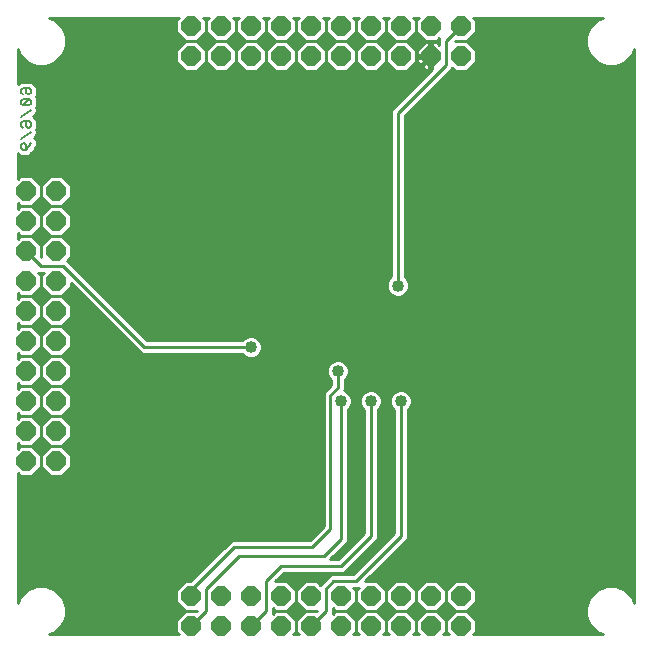
<source format=gbl>
G75*
G70*
%OFA0B0*%
%FSLAX24Y24*%
%IPPOS*%
%LPD*%
%AMOC8*
5,1,8,0,0,1.08239X$1,22.5*
%
%ADD10C,0.0080*%
%ADD11OC8,0.0640*%
%ADD12C,0.0400*%
%ADD13C,0.0160*%
%ADD14C,0.0100*%
D10*
X001421Y017408D02*
X001368Y017461D01*
X001368Y017568D01*
X001421Y017622D01*
X001475Y017622D01*
X001528Y017568D01*
X001528Y017408D01*
X001421Y017408D01*
X001528Y017408D02*
X001635Y017515D01*
X001688Y017622D01*
X001368Y017776D02*
X001688Y017990D01*
X001635Y018145D02*
X001582Y018145D01*
X001528Y018198D01*
X001528Y018358D01*
X001421Y018358D02*
X001635Y018358D01*
X001688Y018305D01*
X001688Y018198D01*
X001635Y018145D01*
X001421Y018145D02*
X001368Y018198D01*
X001368Y018305D01*
X001421Y018358D01*
X001368Y018513D02*
X001688Y018727D01*
X001635Y018881D02*
X001688Y018935D01*
X001688Y019041D01*
X001635Y019095D01*
X001421Y018881D01*
X001368Y018935D01*
X001368Y019041D01*
X001421Y019095D01*
X001635Y019095D01*
X001635Y019250D02*
X001582Y019250D01*
X001528Y019303D01*
X001528Y019463D01*
X001421Y019463D02*
X001635Y019463D01*
X001688Y019410D01*
X001688Y019303D01*
X001635Y019250D01*
X001421Y019250D02*
X001368Y019303D01*
X001368Y019410D01*
X001421Y019463D01*
X001421Y018881D02*
X001635Y018881D01*
D11*
X001528Y016028D03*
X001528Y015028D03*
X001528Y014028D03*
X001528Y013028D03*
X001528Y012028D03*
X001528Y011028D03*
X001528Y010028D03*
X001528Y009028D03*
X001528Y008028D03*
X001528Y007028D03*
X002528Y007028D03*
X002528Y008028D03*
X002528Y009028D03*
X002528Y010028D03*
X002528Y011028D03*
X002528Y012028D03*
X002528Y013028D03*
X002528Y014028D03*
X002528Y015028D03*
X002528Y016028D03*
X007028Y020528D03*
X007028Y021528D03*
X008028Y021528D03*
X009028Y021528D03*
X009028Y020528D03*
X008028Y020528D03*
X010028Y020528D03*
X011028Y020528D03*
X011028Y021528D03*
X010028Y021528D03*
X012028Y021528D03*
X013028Y021528D03*
X013028Y020528D03*
X012028Y020528D03*
X014028Y020528D03*
X015028Y020528D03*
X016028Y020528D03*
X016028Y021528D03*
X015028Y021528D03*
X014028Y021528D03*
X014028Y002528D03*
X014028Y001528D03*
X015028Y001528D03*
X015028Y002528D03*
X016028Y002528D03*
X016028Y001528D03*
X013028Y001528D03*
X012028Y001528D03*
X012028Y002528D03*
X013028Y002528D03*
X011028Y002528D03*
X011028Y001528D03*
X010028Y001528D03*
X010028Y002528D03*
X009028Y002528D03*
X009028Y001528D03*
X008028Y001528D03*
X008028Y002528D03*
X007028Y002528D03*
X007028Y001528D03*
D12*
X004528Y003528D03*
X006978Y006978D03*
X009028Y010828D03*
X009928Y011078D03*
X011928Y010028D03*
X012028Y009028D03*
X013028Y009028D03*
X014028Y009028D03*
X011028Y006978D03*
X013928Y012878D03*
X018028Y011528D03*
X020028Y012028D03*
X020028Y015028D03*
X018028Y015528D03*
X013378Y017228D03*
X011428Y017228D03*
X007028Y016878D03*
D13*
X009878Y016878D01*
X009928Y016828D01*
X009928Y016878D01*
X010278Y017228D01*
X011428Y017228D01*
X013378Y017228D01*
X013378Y018878D01*
X015028Y020528D01*
X009928Y016828D02*
X009928Y011078D01*
X009928Y009928D01*
X011028Y008828D01*
X011028Y006978D01*
X009928Y009928D02*
X006978Y006978D01*
D14*
X001248Y006615D02*
X001248Y002288D01*
X001333Y002493D01*
X001564Y002723D01*
X001865Y002848D01*
X002191Y002848D01*
X002493Y002723D01*
X002723Y002493D01*
X002848Y002191D01*
X002848Y001865D01*
X002723Y001564D01*
X002493Y001333D01*
X002287Y001248D01*
X006615Y001248D01*
X006538Y001325D01*
X006538Y001731D01*
X006825Y002018D01*
X007207Y002018D01*
X007227Y002038D01*
X006825Y002038D01*
X006538Y002325D01*
X006538Y002731D01*
X006825Y003018D01*
X007007Y003018D01*
X008258Y004269D01*
X008387Y004398D01*
X010987Y004398D01*
X011458Y004869D01*
X011458Y009319D01*
X011587Y009448D01*
X011708Y009569D01*
X011708Y009725D01*
X011614Y009818D01*
X011558Y009954D01*
X011558Y010102D01*
X011614Y010238D01*
X011718Y010342D01*
X011854Y010398D01*
X012002Y010398D01*
X012138Y010342D01*
X012242Y010238D01*
X012298Y010102D01*
X012298Y009954D01*
X012242Y009818D01*
X012148Y009725D01*
X012148Y009569D01*
X012148Y009387D01*
X012142Y009381D01*
X012238Y009342D01*
X012342Y009238D01*
X012398Y009102D01*
X012398Y008954D01*
X012342Y008818D01*
X012248Y008725D01*
X012248Y004519D01*
X012248Y004337D01*
X011698Y003787D01*
X011659Y003748D01*
X011937Y003748D01*
X012808Y004619D01*
X012808Y008725D01*
X012714Y008818D01*
X012658Y008954D01*
X012658Y009102D01*
X012714Y009238D01*
X012818Y009342D01*
X012954Y009398D01*
X013102Y009398D01*
X013238Y009342D01*
X013342Y009238D01*
X013398Y009102D01*
X013398Y008954D01*
X013342Y008818D01*
X013248Y008725D01*
X013248Y004619D01*
X013248Y004437D01*
X012248Y003437D01*
X012119Y003308D01*
X010119Y003308D01*
X009829Y003018D01*
X010231Y003018D01*
X010518Y002731D01*
X010518Y002325D01*
X010231Y002038D01*
X009825Y002038D01*
X009748Y002115D01*
X009748Y001941D01*
X009825Y002018D01*
X010231Y002018D01*
X010518Y001731D01*
X010518Y001325D01*
X010441Y001248D01*
X010615Y001248D01*
X010538Y001325D01*
X010538Y001731D01*
X010825Y002018D01*
X011207Y002018D01*
X011227Y002038D01*
X010825Y002038D01*
X010538Y002325D01*
X010538Y002731D01*
X010825Y003018D01*
X011231Y003018D01*
X011344Y002905D01*
X011437Y002998D01*
X011687Y003248D01*
X011869Y003248D01*
X012437Y003248D01*
X013808Y004619D01*
X013808Y008725D01*
X013714Y008818D01*
X013658Y008954D01*
X013658Y009102D01*
X013714Y009238D01*
X013818Y009342D01*
X013954Y009398D01*
X014102Y009398D01*
X014238Y009342D01*
X014342Y009238D01*
X014398Y009102D01*
X014398Y008954D01*
X014342Y008818D01*
X014248Y008725D01*
X014248Y004619D01*
X014248Y004437D01*
X012829Y003018D01*
X013231Y003018D01*
X013518Y002731D01*
X013518Y002325D01*
X013231Y002038D01*
X012825Y002038D01*
X012538Y002325D01*
X012538Y002731D01*
X012615Y002808D01*
X012441Y002808D01*
X012518Y002731D01*
X012518Y002325D01*
X012231Y002038D01*
X011825Y002038D01*
X011748Y002115D01*
X011748Y001941D01*
X011825Y002018D01*
X012231Y002018D01*
X012518Y001731D01*
X012518Y001325D01*
X012441Y001248D01*
X012615Y001248D01*
X012538Y001325D01*
X012538Y001731D01*
X012825Y002018D01*
X013231Y002018D01*
X013518Y001731D01*
X013518Y001325D01*
X013441Y001248D01*
X013615Y001248D01*
X013538Y001325D01*
X013538Y001731D01*
X013825Y002018D01*
X014231Y002018D01*
X014518Y001731D01*
X014518Y001325D01*
X014441Y001248D01*
X014615Y001248D01*
X014538Y001325D01*
X014538Y001731D01*
X014825Y002018D01*
X015231Y002018D01*
X015518Y001731D01*
X015518Y001325D01*
X015441Y001248D01*
X015615Y001248D01*
X015538Y001325D01*
X015538Y001731D01*
X015825Y002018D01*
X016231Y002018D01*
X016518Y001731D01*
X016518Y001325D01*
X016441Y001248D01*
X020769Y001248D01*
X020564Y001333D01*
X020333Y001564D01*
X020208Y001865D01*
X020208Y002191D01*
X020333Y002493D01*
X020564Y002723D01*
X020865Y002848D01*
X021191Y002848D01*
X021493Y002723D01*
X021723Y002493D01*
X021808Y002288D01*
X021808Y020769D01*
X021723Y020564D01*
X021493Y020333D01*
X021191Y020208D01*
X020865Y020208D01*
X020564Y020333D01*
X020333Y020564D01*
X020208Y020865D01*
X020208Y021191D01*
X020333Y021493D01*
X020564Y021723D01*
X020769Y021808D01*
X016441Y021808D01*
X016518Y021731D01*
X016518Y021325D01*
X016231Y021038D01*
X015849Y021038D01*
X015829Y021018D01*
X016231Y021018D01*
X016518Y020731D01*
X016518Y020325D01*
X016231Y020038D01*
X015825Y020038D01*
X015737Y020126D01*
X015619Y020008D01*
X014148Y018537D01*
X014148Y013181D01*
X014242Y013088D01*
X014298Y012952D01*
X021808Y012952D01*
X021808Y013050D02*
X014257Y013050D01*
X014298Y012952D02*
X014298Y012804D01*
X014242Y012668D01*
X014138Y012564D01*
X014002Y012508D01*
X013854Y012508D01*
X013718Y012564D01*
X013614Y012668D01*
X013558Y012804D01*
X013558Y012952D01*
X003665Y012952D01*
X003567Y013050D02*
X013599Y013050D01*
X013614Y013088D02*
X013558Y012952D01*
X013558Y012853D02*
X003764Y012853D01*
X003862Y012755D02*
X013579Y012755D01*
X013627Y012656D02*
X003961Y012656D01*
X004060Y012558D02*
X013735Y012558D01*
X013928Y012878D02*
X013928Y018628D01*
X015528Y020228D01*
X015528Y021028D01*
X016028Y021528D01*
X016422Y021229D02*
X020224Y021229D01*
X020208Y021131D02*
X016324Y021131D01*
X016315Y020934D02*
X020208Y020934D01*
X020208Y021032D02*
X015843Y021032D01*
X016414Y020835D02*
X020220Y020835D01*
X020261Y020737D02*
X016512Y020737D01*
X016518Y020638D02*
X020302Y020638D01*
X020357Y020540D02*
X016518Y020540D01*
X016518Y020441D02*
X020455Y020441D01*
X020554Y020343D02*
X016518Y020343D01*
X016437Y020244D02*
X020778Y020244D01*
X021278Y020244D02*
X021808Y020244D01*
X021808Y020343D02*
X021502Y020343D01*
X021601Y020441D02*
X021808Y020441D01*
X021808Y020540D02*
X021699Y020540D01*
X021754Y020638D02*
X021808Y020638D01*
X021795Y020737D02*
X021808Y020737D01*
X021808Y020145D02*
X016338Y020145D01*
X016240Y020047D02*
X021808Y020047D01*
X021808Y019948D02*
X015559Y019948D01*
X015461Y019850D02*
X021808Y019850D01*
X021808Y019751D02*
X015362Y019751D01*
X015264Y019653D02*
X021808Y019653D01*
X021808Y019554D02*
X015165Y019554D01*
X015067Y019456D02*
X021808Y019456D01*
X021808Y019357D02*
X014968Y019357D01*
X014870Y019259D02*
X021808Y019259D01*
X021808Y019160D02*
X014771Y019160D01*
X014673Y019061D02*
X021808Y019061D01*
X021808Y018963D02*
X014574Y018963D01*
X014475Y018864D02*
X021808Y018864D01*
X021808Y018766D02*
X014377Y018766D01*
X014278Y018667D02*
X021808Y018667D01*
X021808Y018569D02*
X014180Y018569D01*
X014148Y018470D02*
X021808Y018470D01*
X021808Y018372D02*
X014148Y018372D01*
X014148Y018273D02*
X021808Y018273D01*
X021808Y018175D02*
X014148Y018175D01*
X014148Y018076D02*
X021808Y018076D01*
X021808Y017977D02*
X014148Y017977D01*
X014148Y017879D02*
X021808Y017879D01*
X021808Y017780D02*
X014148Y017780D01*
X014148Y017682D02*
X021808Y017682D01*
X021808Y017583D02*
X014148Y017583D01*
X014148Y017485D02*
X021808Y017485D01*
X021808Y017386D02*
X014148Y017386D01*
X014148Y017288D02*
X021808Y017288D01*
X021808Y017189D02*
X014148Y017189D01*
X014148Y017091D02*
X021808Y017091D01*
X021808Y016992D02*
X014148Y016992D01*
X014148Y016894D02*
X021808Y016894D01*
X021808Y016795D02*
X014148Y016795D01*
X014148Y016696D02*
X021808Y016696D01*
X021808Y016598D02*
X014148Y016598D01*
X014148Y016499D02*
X021808Y016499D01*
X021808Y016401D02*
X014148Y016401D01*
X014148Y016302D02*
X021808Y016302D01*
X021808Y016204D02*
X014148Y016204D01*
X014148Y016105D02*
X021808Y016105D01*
X021808Y016007D02*
X014148Y016007D01*
X014148Y015908D02*
X021808Y015908D01*
X021808Y015810D02*
X014148Y015810D01*
X014148Y015711D02*
X021808Y015711D01*
X021808Y015612D02*
X014148Y015612D01*
X014148Y015514D02*
X021808Y015514D01*
X021808Y015415D02*
X014148Y015415D01*
X014148Y015317D02*
X021808Y015317D01*
X021808Y015218D02*
X014148Y015218D01*
X014148Y015120D02*
X021808Y015120D01*
X021808Y015021D02*
X014148Y015021D01*
X014148Y014923D02*
X021808Y014923D01*
X021808Y014824D02*
X014148Y014824D01*
X014148Y014726D02*
X021808Y014726D01*
X021808Y014627D02*
X014148Y014627D01*
X014148Y014528D02*
X021808Y014528D01*
X021808Y014430D02*
X014148Y014430D01*
X014148Y014331D02*
X021808Y014331D01*
X021808Y014233D02*
X014148Y014233D01*
X014148Y014134D02*
X021808Y014134D01*
X021808Y014036D02*
X014148Y014036D01*
X014148Y013937D02*
X021808Y013937D01*
X021808Y013839D02*
X014148Y013839D01*
X014148Y013740D02*
X021808Y013740D01*
X021808Y013642D02*
X014148Y013642D01*
X014148Y013543D02*
X021808Y013543D01*
X021808Y013444D02*
X014148Y013444D01*
X014148Y013346D02*
X021808Y013346D01*
X021808Y013247D02*
X014148Y013247D01*
X014180Y013149D02*
X021808Y013149D01*
X021808Y012853D02*
X014298Y012853D01*
X014277Y012755D02*
X021808Y012755D01*
X021808Y012656D02*
X014229Y012656D01*
X014121Y012558D02*
X021808Y012558D01*
X021808Y012459D02*
X004158Y012459D01*
X004257Y012361D02*
X021808Y012361D01*
X021808Y012262D02*
X004355Y012262D01*
X004454Y012163D02*
X021808Y012163D01*
X021808Y012065D02*
X004552Y012065D01*
X004651Y011966D02*
X021808Y011966D01*
X021808Y011868D02*
X004749Y011868D01*
X004848Y011769D02*
X021808Y011769D01*
X021808Y011671D02*
X004946Y011671D01*
X005045Y011572D02*
X021808Y011572D01*
X021808Y011474D02*
X005144Y011474D01*
X005242Y011375D02*
X021808Y011375D01*
X021808Y011277D02*
X005341Y011277D01*
X005439Y011178D02*
X008906Y011178D01*
X008954Y011198D02*
X008818Y011142D01*
X008725Y011048D01*
X005569Y011048D01*
X002998Y013619D01*
X002905Y013712D01*
X003018Y013825D01*
X003018Y014231D01*
X002731Y014518D01*
X002325Y014518D01*
X002038Y014231D01*
X002038Y013829D01*
X002018Y013849D01*
X002018Y014231D01*
X001731Y014518D01*
X001325Y014518D01*
X001248Y014441D01*
X001248Y014615D01*
X001325Y014538D01*
X001731Y014538D01*
X002018Y014825D01*
X002018Y015231D01*
X001731Y015518D01*
X001325Y015518D01*
X001248Y015441D01*
X001248Y015615D01*
X001325Y015538D01*
X001731Y015538D01*
X002018Y015825D01*
X002018Y016231D01*
X001731Y016518D01*
X001325Y016518D01*
X001248Y016441D01*
X001248Y017285D01*
X001281Y017251D01*
X001334Y017198D01*
X001441Y017198D01*
X001615Y017198D01*
X001699Y017283D01*
X001748Y017331D01*
X001784Y017343D01*
X001807Y017390D01*
X001845Y017428D01*
X001845Y017465D01*
X001915Y017606D01*
X001860Y017771D01*
X001790Y017805D01*
X001877Y017863D01*
X001911Y018034D01*
X001875Y018088D01*
X001898Y018111D01*
X001898Y018285D01*
X001898Y018306D01*
X001898Y018392D01*
X001845Y018445D01*
X001845Y018445D01*
X001782Y018509D01*
X001765Y018525D01*
X001877Y018600D01*
X001911Y018771D01*
X001875Y018825D01*
X001898Y018848D01*
X001898Y019041D01*
X001898Y019128D01*
X001898Y019128D01*
X001898Y019128D01*
X001854Y019172D01*
X001898Y019216D01*
X001898Y019390D01*
X001898Y019411D01*
X001898Y019497D01*
X001845Y019550D01*
X001845Y019550D01*
X001782Y019613D01*
X001722Y019673D01*
X001722Y019673D01*
X001722Y019673D01*
X001636Y019673D01*
X001548Y019673D01*
X001508Y019673D01*
X001390Y019673D01*
X001334Y019673D01*
X001248Y019587D01*
X001248Y020769D01*
X001333Y020564D01*
X001564Y020333D01*
X001865Y020208D01*
X002191Y020208D01*
X002493Y020333D01*
X002723Y020564D01*
X002848Y020865D01*
X002848Y021191D01*
X002723Y021493D01*
X002493Y021723D01*
X002287Y021808D01*
X006615Y021808D01*
X006538Y021731D01*
X006538Y021325D01*
X006825Y021038D01*
X007231Y021038D01*
X007518Y021325D01*
X007518Y021731D01*
X007441Y021808D01*
X007615Y021808D01*
X007538Y021731D01*
X007538Y021325D01*
X007825Y021038D01*
X008231Y021038D01*
X008518Y021325D01*
X008518Y021731D01*
X008441Y021808D01*
X008615Y021808D01*
X008538Y021731D01*
X008538Y021325D01*
X008825Y021038D01*
X009231Y021038D01*
X009518Y021325D01*
X009518Y021731D01*
X009441Y021808D01*
X009615Y021808D01*
X009538Y021731D01*
X009538Y021325D01*
X009825Y021038D01*
X010231Y021038D01*
X010518Y021325D01*
X010518Y021731D01*
X010441Y021808D01*
X010615Y021808D01*
X010538Y021731D01*
X010538Y021325D01*
X010825Y021038D01*
X011231Y021038D01*
X011518Y021325D01*
X011518Y021731D01*
X011441Y021808D01*
X011615Y021808D01*
X011538Y021731D01*
X011538Y021325D01*
X011825Y021038D01*
X012231Y021038D01*
X012518Y021325D01*
X012518Y021731D01*
X012441Y021808D01*
X012615Y021808D01*
X012538Y021731D01*
X012538Y021325D01*
X012825Y021038D01*
X013231Y021038D01*
X013518Y021325D01*
X013518Y021731D01*
X013441Y021808D01*
X013615Y021808D01*
X013538Y021731D01*
X013538Y021325D01*
X013825Y021038D01*
X014231Y021038D01*
X014518Y021325D01*
X014518Y021731D01*
X014441Y021808D01*
X014615Y021808D01*
X014538Y021731D01*
X014538Y021325D01*
X014825Y021038D01*
X015231Y021038D01*
X015308Y021115D01*
X015308Y020937D01*
X015308Y020913D01*
X015223Y020998D01*
X015078Y020998D01*
X015078Y020578D01*
X014978Y020578D01*
X014978Y020478D01*
X015078Y020478D01*
X015078Y020089D01*
X013708Y018719D01*
X013708Y018537D01*
X013708Y013181D01*
X013614Y013088D01*
X013676Y013149D02*
X003468Y013149D01*
X003370Y013247D02*
X013708Y013247D01*
X013708Y013346D02*
X003271Y013346D01*
X003173Y013444D02*
X013708Y013444D01*
X013708Y013543D02*
X003074Y013543D01*
X002976Y013642D02*
X013708Y013642D01*
X013708Y013740D02*
X002933Y013740D01*
X003018Y013839D02*
X013708Y013839D01*
X013708Y013937D02*
X003018Y013937D01*
X003018Y014036D02*
X013708Y014036D01*
X013708Y014134D02*
X003018Y014134D01*
X003016Y014233D02*
X013708Y014233D01*
X013708Y014331D02*
X002918Y014331D01*
X002819Y014430D02*
X013708Y014430D01*
X013708Y014528D02*
X001248Y014528D01*
X001528Y014028D02*
X002028Y013528D01*
X002778Y013528D01*
X005478Y010828D01*
X009028Y010828D01*
X008882Y010488D02*
X002761Y010488D01*
X002731Y010518D02*
X002325Y010518D01*
X002038Y010231D01*
X002038Y009825D01*
X002325Y009538D01*
X002731Y009538D01*
X003018Y009825D01*
X003018Y010231D01*
X002731Y010518D01*
X002731Y010538D02*
X003018Y010825D01*
X003018Y011231D01*
X002731Y011518D01*
X002325Y011518D01*
X002038Y011231D01*
X002038Y010825D01*
X002325Y010538D01*
X002731Y010538D01*
X002780Y010587D02*
X008746Y010587D01*
X008725Y010608D02*
X008818Y010514D01*
X008954Y010458D01*
X009102Y010458D01*
X009238Y010514D01*
X009342Y010618D01*
X009398Y010754D01*
X009398Y010902D01*
X009342Y011038D01*
X009238Y011142D01*
X009102Y011198D01*
X008954Y011198D01*
X009150Y011178D02*
X021808Y011178D01*
X021808Y011079D02*
X009300Y011079D01*
X009365Y010981D02*
X021808Y010981D01*
X021808Y010882D02*
X009398Y010882D01*
X009398Y010784D02*
X021808Y010784D01*
X021808Y010685D02*
X009369Y010685D01*
X009310Y010587D02*
X021808Y010587D01*
X021808Y010488D02*
X009174Y010488D01*
X008725Y010608D02*
X005569Y010608D01*
X005387Y010608D01*
X003018Y012977D01*
X003018Y012825D01*
X002731Y012538D01*
X002325Y012538D01*
X002038Y012825D01*
X002038Y013231D01*
X002115Y013308D01*
X001941Y013308D01*
X002018Y013231D01*
X002018Y012825D01*
X001731Y012538D01*
X001325Y012538D01*
X001248Y012615D01*
X001248Y012441D01*
X001325Y012518D01*
X001731Y012518D01*
X002018Y012231D01*
X002018Y011825D01*
X001731Y011538D01*
X001325Y011538D01*
X001248Y011615D01*
X001248Y011441D01*
X001325Y011518D01*
X001731Y011518D01*
X002018Y011231D01*
X002018Y010825D01*
X001731Y010538D01*
X001325Y010538D01*
X001248Y010615D01*
X001248Y010441D01*
X001325Y010518D01*
X001731Y010518D01*
X002018Y010231D01*
X002018Y009825D01*
X001731Y009538D01*
X001325Y009538D01*
X001248Y009615D01*
X001248Y009441D01*
X001325Y009518D01*
X001731Y009518D01*
X002018Y009231D01*
X002018Y008825D01*
X001731Y008538D01*
X001325Y008538D01*
X001248Y008615D01*
X001248Y008441D01*
X001325Y008518D01*
X001731Y008518D01*
X002018Y008231D01*
X002018Y007825D01*
X001731Y007538D01*
X001325Y007538D01*
X001248Y007615D01*
X001248Y007441D01*
X001325Y007518D01*
X001731Y007518D01*
X002018Y007231D01*
X002018Y006825D01*
X001731Y006538D01*
X001325Y006538D01*
X001248Y006615D01*
X001248Y006546D02*
X001317Y006546D01*
X001248Y006448D02*
X011458Y006448D01*
X011458Y006546D02*
X002739Y006546D01*
X002731Y006538D02*
X003018Y006825D01*
X003018Y007231D01*
X002731Y007518D01*
X002325Y007518D01*
X002038Y007231D01*
X002038Y006825D01*
X002325Y006538D01*
X002731Y006538D01*
X002838Y006645D02*
X011458Y006645D01*
X011458Y006744D02*
X002936Y006744D01*
X003018Y006842D02*
X011458Y006842D01*
X011458Y006941D02*
X003018Y006941D01*
X003018Y007039D02*
X011458Y007039D01*
X011458Y007138D02*
X003018Y007138D01*
X003013Y007236D02*
X011458Y007236D01*
X011458Y007335D02*
X002914Y007335D01*
X002816Y007433D02*
X011458Y007433D01*
X011458Y007532D02*
X001248Y007532D01*
X001816Y007433D02*
X002240Y007433D01*
X002325Y007538D02*
X002731Y007538D01*
X003018Y007825D01*
X003018Y008231D01*
X002731Y008518D01*
X002325Y008518D01*
X002038Y008231D01*
X002038Y007825D01*
X002325Y007538D01*
X002233Y007630D02*
X001823Y007630D01*
X001922Y007729D02*
X002134Y007729D01*
X002038Y007828D02*
X002018Y007828D01*
X002018Y007926D02*
X002038Y007926D01*
X002038Y008025D02*
X002018Y008025D01*
X002018Y008123D02*
X002038Y008123D01*
X002038Y008222D02*
X002018Y008222D01*
X001929Y008320D02*
X002127Y008320D01*
X002226Y008419D02*
X001830Y008419D01*
X001732Y008517D02*
X002324Y008517D01*
X002325Y008538D02*
X002731Y008538D01*
X003018Y008825D01*
X003018Y009231D01*
X002731Y009518D01*
X002325Y009518D01*
X002038Y009231D01*
X002038Y008825D01*
X002325Y008538D01*
X002247Y008616D02*
X001809Y008616D01*
X001907Y008714D02*
X002149Y008714D01*
X002050Y008813D02*
X002006Y008813D01*
X002018Y008911D02*
X002038Y008911D01*
X002038Y009010D02*
X002018Y009010D01*
X002018Y009109D02*
X002038Y009109D01*
X002038Y009207D02*
X002018Y009207D01*
X001943Y009306D02*
X002113Y009306D01*
X002211Y009404D02*
X001845Y009404D01*
X001746Y009503D02*
X002310Y009503D01*
X002262Y009601D02*
X001794Y009601D01*
X001893Y009700D02*
X002163Y009700D01*
X002065Y009798D02*
X001991Y009798D01*
X002018Y009897D02*
X002038Y009897D01*
X002038Y009995D02*
X002018Y009995D01*
X002018Y010094D02*
X002038Y010094D01*
X002038Y010193D02*
X002018Y010193D01*
X001958Y010291D02*
X002098Y010291D01*
X002197Y010390D02*
X001859Y010390D01*
X001761Y010488D02*
X002295Y010488D01*
X002276Y010587D02*
X001780Y010587D01*
X001878Y010685D02*
X002178Y010685D01*
X002079Y010784D02*
X001977Y010784D01*
X002018Y010882D02*
X002038Y010882D01*
X002038Y010981D02*
X002018Y010981D01*
X002018Y011079D02*
X002038Y011079D01*
X002038Y011178D02*
X002018Y011178D01*
X001972Y011277D02*
X002084Y011277D01*
X002182Y011375D02*
X001874Y011375D01*
X001775Y011474D02*
X002281Y011474D01*
X002325Y011538D02*
X002731Y011538D01*
X003018Y011825D01*
X003018Y012231D01*
X002731Y012518D01*
X002325Y012518D01*
X002038Y012231D01*
X002038Y011825D01*
X002325Y011538D01*
X002291Y011572D02*
X001765Y011572D01*
X001864Y011671D02*
X002192Y011671D01*
X002094Y011769D02*
X001962Y011769D01*
X002018Y011868D02*
X002038Y011868D01*
X002038Y011966D02*
X002018Y011966D01*
X002018Y012065D02*
X002038Y012065D01*
X002038Y012163D02*
X002018Y012163D01*
X001987Y012262D02*
X002069Y012262D01*
X002168Y012361D02*
X001888Y012361D01*
X001790Y012459D02*
X002266Y012459D01*
X002306Y012558D02*
X001751Y012558D01*
X001849Y012656D02*
X002207Y012656D01*
X002108Y012755D02*
X001948Y012755D01*
X002018Y012853D02*
X002038Y012853D01*
X002038Y012952D02*
X002018Y012952D01*
X002018Y013050D02*
X002038Y013050D01*
X002038Y013149D02*
X002018Y013149D01*
X002002Y013247D02*
X002055Y013247D01*
X002028Y013839D02*
X002038Y013839D01*
X002038Y013937D02*
X002018Y013937D01*
X002018Y014036D02*
X002038Y014036D01*
X002038Y014134D02*
X002018Y014134D01*
X002016Y014233D02*
X002040Y014233D01*
X002138Y014331D02*
X001918Y014331D01*
X001819Y014430D02*
X002237Y014430D01*
X002325Y014538D02*
X002731Y014538D01*
X003018Y014825D01*
X003018Y015231D01*
X002731Y015518D01*
X002325Y015518D01*
X002038Y015231D01*
X002038Y014825D01*
X002325Y014538D01*
X002236Y014627D02*
X001820Y014627D01*
X001918Y014726D02*
X002138Y014726D01*
X002039Y014824D02*
X002017Y014824D01*
X002018Y014923D02*
X002038Y014923D01*
X002038Y015021D02*
X002018Y015021D01*
X002018Y015120D02*
X002038Y015120D01*
X002038Y015218D02*
X002018Y015218D01*
X001932Y015317D02*
X002124Y015317D01*
X002222Y015415D02*
X001834Y015415D01*
X001735Y015514D02*
X002321Y015514D01*
X002325Y015538D02*
X002731Y015538D01*
X003018Y015825D01*
X003018Y016231D01*
X002731Y016518D01*
X002325Y016518D01*
X002038Y016231D01*
X002038Y015825D01*
X002325Y015538D01*
X002251Y015612D02*
X001805Y015612D01*
X001904Y015711D02*
X002152Y015711D01*
X002054Y015810D02*
X002002Y015810D01*
X002018Y015908D02*
X002038Y015908D01*
X002038Y016007D02*
X002018Y016007D01*
X002018Y016105D02*
X002038Y016105D01*
X002038Y016204D02*
X002018Y016204D01*
X001947Y016302D02*
X002109Y016302D01*
X002208Y016401D02*
X001848Y016401D01*
X001750Y016499D02*
X002306Y016499D01*
X002750Y016499D02*
X013708Y016499D01*
X013708Y016401D02*
X002848Y016401D01*
X002947Y016302D02*
X013708Y016302D01*
X013708Y016204D02*
X003018Y016204D01*
X003018Y016105D02*
X013708Y016105D01*
X013708Y016007D02*
X003018Y016007D01*
X003018Y015908D02*
X013708Y015908D01*
X013708Y015810D02*
X003002Y015810D01*
X002904Y015711D02*
X013708Y015711D01*
X013708Y015612D02*
X002805Y015612D01*
X002735Y015514D02*
X013708Y015514D01*
X013708Y015415D02*
X002834Y015415D01*
X002932Y015317D02*
X013708Y015317D01*
X013708Y015218D02*
X003018Y015218D01*
X003018Y015120D02*
X013708Y015120D01*
X013708Y015021D02*
X003018Y015021D01*
X003018Y014923D02*
X013708Y014923D01*
X013708Y014824D02*
X003017Y014824D01*
X002918Y014726D02*
X013708Y014726D01*
X013708Y014627D02*
X002820Y014627D01*
X003018Y012952D02*
X003043Y012952D01*
X003018Y012853D02*
X003142Y012853D01*
X003240Y012755D02*
X002948Y012755D01*
X002849Y012656D02*
X003339Y012656D01*
X003437Y012558D02*
X002751Y012558D01*
X002790Y012459D02*
X003536Y012459D01*
X003634Y012361D02*
X002888Y012361D01*
X002987Y012262D02*
X003733Y012262D01*
X003831Y012163D02*
X003018Y012163D01*
X003018Y012065D02*
X003930Y012065D01*
X004029Y011966D02*
X003018Y011966D01*
X003018Y011868D02*
X004127Y011868D01*
X004226Y011769D02*
X002962Y011769D01*
X002864Y011671D02*
X004324Y011671D01*
X004423Y011572D02*
X002765Y011572D01*
X002775Y011474D02*
X004521Y011474D01*
X004620Y011375D02*
X002874Y011375D01*
X002972Y011277D02*
X004718Y011277D01*
X004817Y011178D02*
X003018Y011178D01*
X003018Y011079D02*
X004915Y011079D01*
X005014Y010981D02*
X003018Y010981D01*
X003018Y010882D02*
X005113Y010882D01*
X005211Y010784D02*
X002977Y010784D01*
X002878Y010685D02*
X005310Y010685D01*
X005538Y011079D02*
X008756Y011079D01*
X011558Y010094D02*
X003018Y010094D01*
X003018Y009995D02*
X011558Y009995D01*
X011582Y009897D02*
X003018Y009897D01*
X002991Y009798D02*
X011634Y009798D01*
X011708Y009700D02*
X002893Y009700D01*
X002794Y009601D02*
X011708Y009601D01*
X011642Y009503D02*
X002746Y009503D01*
X002845Y009404D02*
X011543Y009404D01*
X011458Y009306D02*
X002943Y009306D01*
X003018Y009207D02*
X011458Y009207D01*
X011458Y009109D02*
X003018Y009109D01*
X003018Y009010D02*
X011458Y009010D01*
X011458Y008911D02*
X003018Y008911D01*
X003006Y008813D02*
X011458Y008813D01*
X011458Y008714D02*
X002907Y008714D01*
X002809Y008616D02*
X011458Y008616D01*
X011458Y008517D02*
X002732Y008517D01*
X002830Y008419D02*
X011458Y008419D01*
X011458Y008320D02*
X002929Y008320D01*
X003018Y008222D02*
X011458Y008222D01*
X011458Y008123D02*
X003018Y008123D01*
X003018Y008025D02*
X011458Y008025D01*
X011458Y007926D02*
X003018Y007926D01*
X003018Y007828D02*
X011458Y007828D01*
X011458Y007729D02*
X002922Y007729D01*
X002823Y007630D02*
X011458Y007630D01*
X012248Y007630D02*
X012808Y007630D01*
X012808Y007532D02*
X012248Y007532D01*
X012248Y007433D02*
X012808Y007433D01*
X012808Y007335D02*
X012248Y007335D01*
X012248Y007236D02*
X012808Y007236D01*
X012808Y007138D02*
X012248Y007138D01*
X012248Y007039D02*
X012808Y007039D01*
X012808Y006941D02*
X012248Y006941D01*
X012248Y006842D02*
X012808Y006842D01*
X012808Y006744D02*
X012248Y006744D01*
X012248Y006645D02*
X012808Y006645D01*
X012808Y006546D02*
X012248Y006546D01*
X012248Y006448D02*
X012808Y006448D01*
X012808Y006349D02*
X012248Y006349D01*
X012248Y006251D02*
X012808Y006251D01*
X012808Y006152D02*
X012248Y006152D01*
X012248Y006054D02*
X012808Y006054D01*
X012808Y005955D02*
X012248Y005955D01*
X012248Y005857D02*
X012808Y005857D01*
X012808Y005758D02*
X012248Y005758D01*
X012248Y005660D02*
X012808Y005660D01*
X012808Y005561D02*
X012248Y005561D01*
X012248Y005462D02*
X012808Y005462D01*
X012808Y005364D02*
X012248Y005364D01*
X012248Y005265D02*
X012808Y005265D01*
X012808Y005167D02*
X012248Y005167D01*
X012248Y005068D02*
X012808Y005068D01*
X012808Y004970D02*
X012248Y004970D01*
X012248Y004871D02*
X012808Y004871D01*
X012808Y004773D02*
X012248Y004773D01*
X012248Y004674D02*
X012808Y004674D01*
X012764Y004576D02*
X012248Y004576D01*
X012248Y004477D02*
X012666Y004477D01*
X012567Y004379D02*
X012248Y004379D01*
X012191Y004280D02*
X012469Y004280D01*
X012370Y004181D02*
X012093Y004181D01*
X011994Y004083D02*
X012272Y004083D01*
X012173Y003984D02*
X011895Y003984D01*
X011797Y003886D02*
X012075Y003886D01*
X011976Y003787D02*
X011698Y003787D01*
X011478Y003878D02*
X008628Y003878D01*
X007528Y002778D01*
X007528Y002028D01*
X007028Y001528D01*
X006538Y001521D02*
X002680Y001521D01*
X002746Y001619D02*
X006538Y001619D01*
X006538Y001718D02*
X002787Y001718D01*
X002828Y001816D02*
X006623Y001816D01*
X006722Y001915D02*
X002848Y001915D01*
X002848Y002013D02*
X006821Y002013D01*
X006751Y002112D02*
X002848Y002112D01*
X002840Y002211D02*
X006653Y002211D01*
X006554Y002309D02*
X002799Y002309D01*
X002758Y002408D02*
X006538Y002408D01*
X006538Y002506D02*
X002709Y002506D01*
X002611Y002605D02*
X006538Y002605D01*
X006538Y002703D02*
X002512Y002703D01*
X002303Y002802D02*
X006609Y002802D01*
X006707Y002900D02*
X001248Y002900D01*
X001248Y002802D02*
X001753Y002802D01*
X001544Y002703D02*
X001248Y002703D01*
X001248Y002605D02*
X001445Y002605D01*
X001347Y002506D02*
X001248Y002506D01*
X001248Y002408D02*
X001298Y002408D01*
X001257Y002309D02*
X001248Y002309D01*
X001248Y002999D02*
X006806Y002999D01*
X007086Y003097D02*
X001248Y003097D01*
X001248Y003196D02*
X007185Y003196D01*
X007283Y003295D02*
X001248Y003295D01*
X001248Y003393D02*
X007382Y003393D01*
X007481Y003492D02*
X001248Y003492D01*
X001248Y003590D02*
X007579Y003590D01*
X007678Y003689D02*
X001248Y003689D01*
X001248Y003787D02*
X007776Y003787D01*
X007875Y003886D02*
X001248Y003886D01*
X001248Y003984D02*
X007973Y003984D01*
X008072Y004083D02*
X001248Y004083D01*
X001248Y004181D02*
X008170Y004181D01*
X008269Y004280D02*
X001248Y004280D01*
X001248Y004379D02*
X008367Y004379D01*
X008478Y004178D02*
X011078Y004178D01*
X011678Y004778D01*
X011678Y009228D01*
X011928Y009478D01*
X011928Y010028D01*
X011668Y010291D02*
X002958Y010291D01*
X003018Y010193D02*
X011596Y010193D01*
X011834Y010390D02*
X002859Y010390D01*
X001295Y010488D02*
X001248Y010488D01*
X001248Y010587D02*
X001276Y010587D01*
X001248Y011474D02*
X001281Y011474D01*
X001291Y011572D02*
X001248Y011572D01*
X001248Y012459D02*
X001266Y012459D01*
X001248Y012558D02*
X001306Y012558D01*
X001248Y015514D02*
X001321Y015514D01*
X001251Y015612D02*
X001248Y015612D01*
X001248Y016499D02*
X001306Y016499D01*
X001248Y016598D02*
X013708Y016598D01*
X013708Y016696D02*
X001248Y016696D01*
X001248Y016795D02*
X013708Y016795D01*
X013708Y016894D02*
X001248Y016894D01*
X001248Y016992D02*
X013708Y016992D01*
X013708Y017091D02*
X001248Y017091D01*
X001248Y017189D02*
X013708Y017189D01*
X013708Y017288D02*
X001705Y017288D01*
X001805Y017386D02*
X013708Y017386D01*
X013708Y017485D02*
X001855Y017485D01*
X001904Y017583D02*
X013708Y017583D01*
X013708Y017682D02*
X001890Y017682D01*
X001840Y017780D02*
X013708Y017780D01*
X013708Y017879D02*
X001880Y017879D01*
X001900Y017977D02*
X013708Y017977D01*
X013708Y018076D02*
X001883Y018076D01*
X001898Y018175D02*
X013708Y018175D01*
X013708Y018273D02*
X001898Y018273D01*
X001898Y018372D02*
X013708Y018372D01*
X013708Y018470D02*
X001820Y018470D01*
X001830Y018569D02*
X013708Y018569D01*
X013708Y018667D02*
X001891Y018667D01*
X001910Y018766D02*
X013755Y018766D01*
X013853Y018864D02*
X001898Y018864D01*
X001898Y018963D02*
X013952Y018963D01*
X014050Y019061D02*
X001898Y019061D01*
X001867Y019160D02*
X014149Y019160D01*
X014247Y019259D02*
X001898Y019259D01*
X001898Y019357D02*
X014346Y019357D01*
X014445Y019456D02*
X001898Y019456D01*
X001898Y019497D02*
X001898Y019497D01*
X001898Y019497D01*
X001841Y019554D02*
X014543Y019554D01*
X014642Y019653D02*
X001742Y019653D01*
X001548Y019673D02*
X001548Y019673D01*
X001508Y019673D02*
X001508Y019673D01*
X001334Y019673D02*
X001334Y019673D01*
X001334Y019673D01*
X001314Y019653D02*
X001248Y019653D01*
X001248Y019751D02*
X014740Y019751D01*
X014839Y019850D02*
X001248Y019850D01*
X001248Y019948D02*
X014937Y019948D01*
X014978Y020058D02*
X014978Y020478D01*
X014558Y020478D01*
X014558Y020333D01*
X014833Y020058D01*
X014978Y020058D01*
X015036Y020047D02*
X014240Y020047D01*
X014231Y020038D02*
X014518Y020325D01*
X014518Y020731D01*
X014231Y021018D01*
X013825Y021018D01*
X013538Y020731D01*
X013538Y020325D01*
X013825Y020038D01*
X014231Y020038D01*
X014338Y020145D02*
X014746Y020145D01*
X014647Y020244D02*
X014437Y020244D01*
X014518Y020343D02*
X014558Y020343D01*
X014558Y020441D02*
X014518Y020441D01*
X014518Y020540D02*
X014978Y020540D01*
X014978Y020578D02*
X014558Y020578D01*
X014558Y020723D01*
X014833Y020998D01*
X014978Y020998D01*
X014978Y020578D01*
X014978Y020638D02*
X015078Y020638D01*
X015078Y020737D02*
X014978Y020737D01*
X014978Y020835D02*
X015078Y020835D01*
X015078Y020934D02*
X014978Y020934D01*
X014769Y020934D02*
X014315Y020934D01*
X014414Y020835D02*
X014671Y020835D01*
X014572Y020737D02*
X014512Y020737D01*
X014518Y020638D02*
X014558Y020638D01*
X014978Y020441D02*
X015078Y020441D01*
X015078Y020343D02*
X014978Y020343D01*
X014978Y020244D02*
X015078Y020244D01*
X015078Y020145D02*
X014978Y020145D01*
X015658Y020047D02*
X015816Y020047D01*
X015308Y020934D02*
X015287Y020934D01*
X015308Y021032D02*
X002848Y021032D01*
X002848Y020934D02*
X006741Y020934D01*
X006825Y021018D02*
X006538Y020731D01*
X006538Y020325D01*
X006825Y020038D01*
X007231Y020038D01*
X007518Y020325D01*
X007518Y020731D01*
X007231Y021018D01*
X006825Y021018D01*
X006732Y021131D02*
X002848Y021131D01*
X002832Y021229D02*
X006634Y021229D01*
X006538Y021328D02*
X002791Y021328D01*
X002751Y021426D02*
X006538Y021426D01*
X006538Y021525D02*
X002691Y021525D01*
X002592Y021624D02*
X006538Y021624D01*
X006538Y021722D02*
X002494Y021722D01*
X002836Y020835D02*
X006642Y020835D01*
X006544Y020737D02*
X002795Y020737D01*
X002754Y020638D02*
X006538Y020638D01*
X006538Y020540D02*
X002699Y020540D01*
X002601Y020441D02*
X006538Y020441D01*
X006538Y020343D02*
X002502Y020343D01*
X002278Y020244D02*
X006619Y020244D01*
X006718Y020145D02*
X001248Y020145D01*
X001248Y020047D02*
X006816Y020047D01*
X007240Y020047D02*
X007816Y020047D01*
X007825Y020038D02*
X008231Y020038D01*
X008518Y020325D01*
X008518Y020731D01*
X008231Y021018D01*
X007825Y021018D01*
X007538Y020731D01*
X007538Y020325D01*
X007825Y020038D01*
X007718Y020145D02*
X007338Y020145D01*
X007437Y020244D02*
X007619Y020244D01*
X007538Y020343D02*
X007518Y020343D01*
X007518Y020441D02*
X007538Y020441D01*
X007538Y020540D02*
X007518Y020540D01*
X007518Y020638D02*
X007538Y020638D01*
X007544Y020737D02*
X007512Y020737D01*
X007414Y020835D02*
X007642Y020835D01*
X007741Y020934D02*
X007315Y020934D01*
X007324Y021131D02*
X007732Y021131D01*
X007634Y021229D02*
X007422Y021229D01*
X007518Y021328D02*
X007538Y021328D01*
X007538Y021426D02*
X007518Y021426D01*
X007518Y021525D02*
X007538Y021525D01*
X007538Y021624D02*
X007518Y021624D01*
X007518Y021722D02*
X007538Y021722D01*
X008324Y021131D02*
X008732Y021131D01*
X008634Y021229D02*
X008422Y021229D01*
X008518Y021328D02*
X008538Y021328D01*
X008538Y021426D02*
X008518Y021426D01*
X008518Y021525D02*
X008538Y021525D01*
X008538Y021624D02*
X008518Y021624D01*
X008518Y021722D02*
X008538Y021722D01*
X008825Y021018D02*
X008538Y020731D01*
X008538Y020325D01*
X008825Y020038D01*
X009231Y020038D01*
X009518Y020325D01*
X009518Y020731D01*
X009231Y021018D01*
X008825Y021018D01*
X008741Y020934D02*
X008315Y020934D01*
X008414Y020835D02*
X008642Y020835D01*
X008544Y020737D02*
X008512Y020737D01*
X008518Y020638D02*
X008538Y020638D01*
X008538Y020540D02*
X008518Y020540D01*
X008518Y020441D02*
X008538Y020441D01*
X008538Y020343D02*
X008518Y020343D01*
X008437Y020244D02*
X008619Y020244D01*
X008718Y020145D02*
X008338Y020145D01*
X008240Y020047D02*
X008816Y020047D01*
X009240Y020047D02*
X009816Y020047D01*
X009825Y020038D02*
X010231Y020038D01*
X010518Y020325D01*
X010518Y020731D01*
X010231Y021018D01*
X009825Y021018D01*
X009538Y020731D01*
X009538Y020325D01*
X009825Y020038D01*
X009718Y020145D02*
X009338Y020145D01*
X009437Y020244D02*
X009619Y020244D01*
X009538Y020343D02*
X009518Y020343D01*
X009518Y020441D02*
X009538Y020441D01*
X009538Y020540D02*
X009518Y020540D01*
X009518Y020638D02*
X009538Y020638D01*
X009544Y020737D02*
X009512Y020737D01*
X009414Y020835D02*
X009642Y020835D01*
X009741Y020934D02*
X009315Y020934D01*
X009324Y021131D02*
X009732Y021131D01*
X009634Y021229D02*
X009422Y021229D01*
X009518Y021328D02*
X009538Y021328D01*
X009538Y021426D02*
X009518Y021426D01*
X009518Y021525D02*
X009538Y021525D01*
X009538Y021624D02*
X009518Y021624D01*
X009518Y021722D02*
X009538Y021722D01*
X010324Y021131D02*
X010732Y021131D01*
X010634Y021229D02*
X010422Y021229D01*
X010518Y021328D02*
X010538Y021328D01*
X010538Y021426D02*
X010518Y021426D01*
X010518Y021525D02*
X010538Y021525D01*
X010538Y021624D02*
X010518Y021624D01*
X010518Y021722D02*
X010538Y021722D01*
X010825Y021018D02*
X010538Y020731D01*
X010538Y020325D01*
X010825Y020038D01*
X011231Y020038D01*
X011518Y020325D01*
X011518Y020731D01*
X011231Y021018D01*
X010825Y021018D01*
X010741Y020934D02*
X010315Y020934D01*
X010414Y020835D02*
X010642Y020835D01*
X010544Y020737D02*
X010512Y020737D01*
X010518Y020638D02*
X010538Y020638D01*
X010538Y020540D02*
X010518Y020540D01*
X010518Y020441D02*
X010538Y020441D01*
X010538Y020343D02*
X010518Y020343D01*
X010437Y020244D02*
X010619Y020244D01*
X010718Y020145D02*
X010338Y020145D01*
X010240Y020047D02*
X010816Y020047D01*
X011240Y020047D02*
X011816Y020047D01*
X011825Y020038D02*
X012231Y020038D01*
X012518Y020325D01*
X012518Y020731D01*
X012231Y021018D01*
X011825Y021018D01*
X011538Y020731D01*
X011538Y020325D01*
X011825Y020038D01*
X011718Y020145D02*
X011338Y020145D01*
X011437Y020244D02*
X011619Y020244D01*
X011538Y020343D02*
X011518Y020343D01*
X011518Y020441D02*
X011538Y020441D01*
X011538Y020540D02*
X011518Y020540D01*
X011518Y020638D02*
X011538Y020638D01*
X011544Y020737D02*
X011512Y020737D01*
X011414Y020835D02*
X011642Y020835D01*
X011741Y020934D02*
X011315Y020934D01*
X011324Y021131D02*
X011732Y021131D01*
X011634Y021229D02*
X011422Y021229D01*
X011518Y021328D02*
X011538Y021328D01*
X011538Y021426D02*
X011518Y021426D01*
X011518Y021525D02*
X011538Y021525D01*
X011538Y021624D02*
X011518Y021624D01*
X011518Y021722D02*
X011538Y021722D01*
X012324Y021131D02*
X012732Y021131D01*
X012634Y021229D02*
X012422Y021229D01*
X012518Y021328D02*
X012538Y021328D01*
X012538Y021426D02*
X012518Y021426D01*
X012518Y021525D02*
X012538Y021525D01*
X012538Y021624D02*
X012518Y021624D01*
X012518Y021722D02*
X012538Y021722D01*
X012825Y021018D02*
X012538Y020731D01*
X012538Y020325D01*
X012825Y020038D01*
X013231Y020038D01*
X013518Y020325D01*
X013518Y020731D01*
X013231Y021018D01*
X012825Y021018D01*
X012741Y020934D02*
X012315Y020934D01*
X012414Y020835D02*
X012642Y020835D01*
X012544Y020737D02*
X012512Y020737D01*
X012518Y020638D02*
X012538Y020638D01*
X012538Y020540D02*
X012518Y020540D01*
X012518Y020441D02*
X012538Y020441D01*
X012538Y020343D02*
X012518Y020343D01*
X012437Y020244D02*
X012619Y020244D01*
X012718Y020145D02*
X012338Y020145D01*
X012240Y020047D02*
X012816Y020047D01*
X013240Y020047D02*
X013816Y020047D01*
X013718Y020145D02*
X013338Y020145D01*
X013437Y020244D02*
X013619Y020244D01*
X013538Y020343D02*
X013518Y020343D01*
X013518Y020441D02*
X013538Y020441D01*
X013538Y020540D02*
X013518Y020540D01*
X013518Y020638D02*
X013538Y020638D01*
X013544Y020737D02*
X013512Y020737D01*
X013414Y020835D02*
X013642Y020835D01*
X013741Y020934D02*
X013315Y020934D01*
X013324Y021131D02*
X013732Y021131D01*
X013634Y021229D02*
X013422Y021229D01*
X013518Y021328D02*
X013538Y021328D01*
X013538Y021426D02*
X013518Y021426D01*
X013518Y021525D02*
X013538Y021525D01*
X013538Y021624D02*
X013518Y021624D01*
X013518Y021722D02*
X013538Y021722D01*
X014324Y021131D02*
X014732Y021131D01*
X014634Y021229D02*
X014422Y021229D01*
X014518Y021328D02*
X014538Y021328D01*
X014538Y021426D02*
X014518Y021426D01*
X014518Y021525D02*
X014538Y021525D01*
X014538Y021624D02*
X014518Y021624D01*
X014518Y021722D02*
X014538Y021722D01*
X016518Y021722D02*
X020562Y021722D01*
X020464Y021624D02*
X016518Y021624D01*
X016518Y021525D02*
X020365Y021525D01*
X020306Y021426D02*
X016518Y021426D01*
X016518Y021328D02*
X020265Y021328D01*
X021808Y010390D02*
X012022Y010390D01*
X012188Y010291D02*
X021808Y010291D01*
X021808Y010193D02*
X012260Y010193D01*
X012298Y010094D02*
X021808Y010094D01*
X021808Y009995D02*
X012298Y009995D01*
X012274Y009897D02*
X021808Y009897D01*
X021808Y009798D02*
X012222Y009798D01*
X012148Y009700D02*
X021808Y009700D01*
X021808Y009601D02*
X012148Y009601D01*
X012148Y009503D02*
X021808Y009503D01*
X021808Y009404D02*
X012148Y009404D01*
X012274Y009306D02*
X012782Y009306D01*
X012702Y009207D02*
X012354Y009207D01*
X012395Y009109D02*
X012661Y009109D01*
X012658Y009010D02*
X012398Y009010D01*
X012380Y008911D02*
X012676Y008911D01*
X012720Y008813D02*
X012336Y008813D01*
X012248Y008714D02*
X012808Y008714D01*
X012808Y008616D02*
X012248Y008616D01*
X012248Y008517D02*
X012808Y008517D01*
X012808Y008419D02*
X012248Y008419D01*
X012248Y008320D02*
X012808Y008320D01*
X012808Y008222D02*
X012248Y008222D01*
X012248Y008123D02*
X012808Y008123D01*
X012808Y008025D02*
X012248Y008025D01*
X012248Y007926D02*
X012808Y007926D01*
X012808Y007828D02*
X012248Y007828D01*
X012248Y007729D02*
X012808Y007729D01*
X013248Y007729D02*
X013808Y007729D01*
X013808Y007828D02*
X013248Y007828D01*
X013248Y007926D02*
X013808Y007926D01*
X013808Y008025D02*
X013248Y008025D01*
X013248Y008123D02*
X013808Y008123D01*
X013808Y008222D02*
X013248Y008222D01*
X013248Y008320D02*
X013808Y008320D01*
X013808Y008419D02*
X013248Y008419D01*
X013248Y008517D02*
X013808Y008517D01*
X013808Y008616D02*
X013248Y008616D01*
X013248Y008714D02*
X013808Y008714D01*
X013720Y008813D02*
X013336Y008813D01*
X013380Y008911D02*
X013676Y008911D01*
X013658Y009010D02*
X013398Y009010D01*
X013395Y009109D02*
X013661Y009109D01*
X013702Y009207D02*
X013354Y009207D01*
X013274Y009306D02*
X013782Y009306D01*
X014028Y009028D02*
X014028Y004528D01*
X012528Y003028D01*
X011778Y003028D01*
X011528Y002778D01*
X011528Y002028D01*
X011028Y001528D01*
X010538Y001521D02*
X010518Y001521D01*
X010518Y001619D02*
X010538Y001619D01*
X010538Y001718D02*
X010518Y001718D01*
X010433Y001816D02*
X010623Y001816D01*
X010722Y001915D02*
X010334Y001915D01*
X010235Y002013D02*
X010821Y002013D01*
X010751Y002112D02*
X010305Y002112D01*
X010403Y002211D02*
X010653Y002211D01*
X010554Y002309D02*
X010502Y002309D01*
X010518Y002408D02*
X010538Y002408D01*
X010538Y002506D02*
X010518Y002506D01*
X010518Y002605D02*
X010538Y002605D01*
X010538Y002703D02*
X010518Y002703D01*
X010447Y002802D02*
X010609Y002802D01*
X010707Y002900D02*
X010349Y002900D01*
X010250Y002999D02*
X010806Y002999D01*
X011250Y002999D02*
X011438Y002999D01*
X011536Y003097D02*
X009909Y003097D01*
X010007Y003196D02*
X011635Y003196D01*
X012028Y003528D02*
X010028Y003528D01*
X009528Y003028D01*
X009528Y002028D01*
X009028Y001528D01*
X009748Y002013D02*
X009821Y002013D01*
X009751Y002112D02*
X009748Y002112D01*
X010518Y001422D02*
X010538Y001422D01*
X010539Y001324D02*
X010517Y001324D01*
X011748Y002013D02*
X011821Y002013D01*
X011751Y002112D02*
X011748Y002112D01*
X012235Y002013D02*
X012821Y002013D01*
X012751Y002112D02*
X012305Y002112D01*
X012403Y002211D02*
X012653Y002211D01*
X012554Y002309D02*
X012502Y002309D01*
X012518Y002408D02*
X012538Y002408D01*
X012538Y002506D02*
X012518Y002506D01*
X012518Y002605D02*
X012538Y002605D01*
X012538Y002703D02*
X012518Y002703D01*
X012447Y002802D02*
X012609Y002802D01*
X012909Y003097D02*
X021808Y003097D01*
X021808Y002999D02*
X016250Y002999D01*
X016231Y003018D02*
X015825Y003018D01*
X015538Y002731D01*
X015538Y002325D01*
X015825Y002038D01*
X016231Y002038D01*
X016518Y002325D01*
X016518Y002731D01*
X016231Y003018D01*
X016349Y002900D02*
X021808Y002900D01*
X021808Y002802D02*
X021303Y002802D01*
X021512Y002703D02*
X021808Y002703D01*
X021808Y002605D02*
X021611Y002605D01*
X021709Y002506D02*
X021808Y002506D01*
X021808Y002408D02*
X021758Y002408D01*
X021799Y002309D02*
X021808Y002309D01*
X021808Y003196D02*
X013007Y003196D01*
X013106Y003295D02*
X021808Y003295D01*
X021808Y003393D02*
X013204Y003393D01*
X013303Y003492D02*
X021808Y003492D01*
X021808Y003590D02*
X013401Y003590D01*
X013500Y003689D02*
X021808Y003689D01*
X021808Y003787D02*
X013598Y003787D01*
X013697Y003886D02*
X021808Y003886D01*
X021808Y003984D02*
X013795Y003984D01*
X013894Y004083D02*
X021808Y004083D01*
X021808Y004181D02*
X013992Y004181D01*
X014091Y004280D02*
X021808Y004280D01*
X021808Y004379D02*
X014190Y004379D01*
X014248Y004477D02*
X021808Y004477D01*
X021808Y004576D02*
X014248Y004576D01*
X014248Y004674D02*
X021808Y004674D01*
X021808Y004773D02*
X014248Y004773D01*
X014248Y004871D02*
X021808Y004871D01*
X021808Y004970D02*
X014248Y004970D01*
X014248Y005068D02*
X021808Y005068D01*
X021808Y005167D02*
X014248Y005167D01*
X014248Y005265D02*
X021808Y005265D01*
X021808Y005364D02*
X014248Y005364D01*
X014248Y005462D02*
X021808Y005462D01*
X021808Y005561D02*
X014248Y005561D01*
X014248Y005660D02*
X021808Y005660D01*
X021808Y005758D02*
X014248Y005758D01*
X014248Y005857D02*
X021808Y005857D01*
X021808Y005955D02*
X014248Y005955D01*
X014248Y006054D02*
X021808Y006054D01*
X021808Y006152D02*
X014248Y006152D01*
X014248Y006251D02*
X021808Y006251D01*
X021808Y006349D02*
X014248Y006349D01*
X014248Y006448D02*
X021808Y006448D01*
X021808Y006546D02*
X014248Y006546D01*
X014248Y006645D02*
X021808Y006645D01*
X021808Y006744D02*
X014248Y006744D01*
X014248Y006842D02*
X021808Y006842D01*
X021808Y006941D02*
X014248Y006941D01*
X014248Y007039D02*
X021808Y007039D01*
X021808Y007138D02*
X014248Y007138D01*
X014248Y007236D02*
X021808Y007236D01*
X021808Y007335D02*
X014248Y007335D01*
X014248Y007433D02*
X021808Y007433D01*
X021808Y007532D02*
X014248Y007532D01*
X014248Y007630D02*
X021808Y007630D01*
X021808Y007729D02*
X014248Y007729D01*
X014248Y007828D02*
X021808Y007828D01*
X021808Y007926D02*
X014248Y007926D01*
X014248Y008025D02*
X021808Y008025D01*
X021808Y008123D02*
X014248Y008123D01*
X014248Y008222D02*
X021808Y008222D01*
X021808Y008320D02*
X014248Y008320D01*
X014248Y008419D02*
X021808Y008419D01*
X021808Y008517D02*
X014248Y008517D01*
X014248Y008616D02*
X021808Y008616D01*
X021808Y008714D02*
X014248Y008714D01*
X014336Y008813D02*
X021808Y008813D01*
X021808Y008911D02*
X014380Y008911D01*
X014398Y009010D02*
X021808Y009010D01*
X021808Y009109D02*
X014395Y009109D01*
X014354Y009207D02*
X021808Y009207D01*
X021808Y009306D02*
X014274Y009306D01*
X013028Y009028D02*
X013028Y004528D01*
X012028Y003528D01*
X012204Y003393D02*
X012582Y003393D01*
X012483Y003295D02*
X010106Y003295D01*
X011066Y004477D02*
X001248Y004477D01*
X001248Y004576D02*
X011164Y004576D01*
X011263Y004674D02*
X001248Y004674D01*
X001248Y004773D02*
X011362Y004773D01*
X011458Y004871D02*
X001248Y004871D01*
X001248Y004970D02*
X011458Y004970D01*
X011458Y005068D02*
X001248Y005068D01*
X001248Y005167D02*
X011458Y005167D01*
X011458Y005265D02*
X001248Y005265D01*
X001248Y005364D02*
X011458Y005364D01*
X011458Y005462D02*
X001248Y005462D01*
X001248Y005561D02*
X011458Y005561D01*
X011458Y005660D02*
X001248Y005660D01*
X001248Y005758D02*
X011458Y005758D01*
X011458Y005857D02*
X001248Y005857D01*
X001248Y005955D02*
X011458Y005955D01*
X011458Y006054D02*
X001248Y006054D01*
X001248Y006152D02*
X011458Y006152D01*
X011458Y006251D02*
X001248Y006251D01*
X001248Y006349D02*
X011458Y006349D01*
X013248Y006349D02*
X013808Y006349D01*
X013808Y006251D02*
X013248Y006251D01*
X013248Y006152D02*
X013808Y006152D01*
X013808Y006054D02*
X013248Y006054D01*
X013248Y005955D02*
X013808Y005955D01*
X013808Y005857D02*
X013248Y005857D01*
X013248Y005758D02*
X013808Y005758D01*
X013808Y005660D02*
X013248Y005660D01*
X013248Y005561D02*
X013808Y005561D01*
X013808Y005462D02*
X013248Y005462D01*
X013248Y005364D02*
X013808Y005364D01*
X013808Y005265D02*
X013248Y005265D01*
X013248Y005167D02*
X013808Y005167D01*
X013808Y005068D02*
X013248Y005068D01*
X013248Y004970D02*
X013808Y004970D01*
X013808Y004871D02*
X013248Y004871D01*
X013248Y004773D02*
X013808Y004773D01*
X013808Y004674D02*
X013248Y004674D01*
X013248Y004576D02*
X013764Y004576D01*
X013666Y004477D02*
X013248Y004477D01*
X013190Y004379D02*
X013567Y004379D01*
X013469Y004280D02*
X013091Y004280D01*
X012993Y004181D02*
X013370Y004181D01*
X013272Y004083D02*
X012894Y004083D01*
X012795Y003984D02*
X013173Y003984D01*
X013075Y003886D02*
X012697Y003886D01*
X012598Y003787D02*
X012976Y003787D01*
X012878Y003689D02*
X012500Y003689D01*
X012401Y003590D02*
X012779Y003590D01*
X012681Y003492D02*
X012303Y003492D01*
X011478Y003878D02*
X012028Y004428D01*
X012028Y009028D01*
X013248Y007630D02*
X013808Y007630D01*
X013808Y007532D02*
X013248Y007532D01*
X013248Y007433D02*
X013808Y007433D01*
X013808Y007335D02*
X013248Y007335D01*
X013248Y007236D02*
X013808Y007236D01*
X013808Y007138D02*
X013248Y007138D01*
X013248Y007039D02*
X013808Y007039D01*
X013808Y006941D02*
X013248Y006941D01*
X013248Y006842D02*
X013808Y006842D01*
X013808Y006744D02*
X013248Y006744D01*
X013248Y006645D02*
X013808Y006645D01*
X013808Y006546D02*
X013248Y006546D01*
X013248Y006448D02*
X013808Y006448D01*
X013825Y003018D02*
X013538Y002731D01*
X013538Y002325D01*
X013825Y002038D01*
X014231Y002038D01*
X014518Y002325D01*
X014518Y002731D01*
X014231Y003018D01*
X013825Y003018D01*
X013806Y002999D02*
X013250Y002999D01*
X013349Y002900D02*
X013707Y002900D01*
X013609Y002802D02*
X013447Y002802D01*
X013518Y002703D02*
X013538Y002703D01*
X013538Y002605D02*
X013518Y002605D01*
X013518Y002506D02*
X013538Y002506D01*
X013538Y002408D02*
X013518Y002408D01*
X013502Y002309D02*
X013554Y002309D01*
X013653Y002211D02*
X013403Y002211D01*
X013305Y002112D02*
X013751Y002112D01*
X013821Y002013D02*
X013235Y002013D01*
X013334Y001915D02*
X013722Y001915D01*
X013623Y001816D02*
X013433Y001816D01*
X013518Y001718D02*
X013538Y001718D01*
X013538Y001619D02*
X013518Y001619D01*
X013518Y001521D02*
X013538Y001521D01*
X013538Y001422D02*
X013518Y001422D01*
X013517Y001324D02*
X013539Y001324D01*
X014235Y002013D02*
X014821Y002013D01*
X014825Y002038D02*
X015231Y002038D01*
X015518Y002325D01*
X015518Y002731D01*
X015231Y003018D01*
X014825Y003018D01*
X014538Y002731D01*
X014538Y002325D01*
X014825Y002038D01*
X014751Y002112D02*
X014305Y002112D01*
X014403Y002211D02*
X014653Y002211D01*
X014554Y002309D02*
X014502Y002309D01*
X014518Y002408D02*
X014538Y002408D01*
X014538Y002506D02*
X014518Y002506D01*
X014518Y002605D02*
X014538Y002605D01*
X014538Y002703D02*
X014518Y002703D01*
X014447Y002802D02*
X014609Y002802D01*
X014707Y002900D02*
X014349Y002900D01*
X014250Y002999D02*
X014806Y002999D01*
X015250Y002999D02*
X015806Y002999D01*
X015707Y002900D02*
X015349Y002900D01*
X015447Y002802D02*
X015609Y002802D01*
X015538Y002703D02*
X015518Y002703D01*
X015518Y002605D02*
X015538Y002605D01*
X015538Y002506D02*
X015518Y002506D01*
X015518Y002408D02*
X015538Y002408D01*
X015554Y002309D02*
X015502Y002309D01*
X015403Y002211D02*
X015653Y002211D01*
X015751Y002112D02*
X015305Y002112D01*
X015235Y002013D02*
X015821Y002013D01*
X015722Y001915D02*
X015334Y001915D01*
X015433Y001816D02*
X015623Y001816D01*
X015538Y001718D02*
X015518Y001718D01*
X015518Y001619D02*
X015538Y001619D01*
X015538Y001521D02*
X015518Y001521D01*
X015518Y001422D02*
X015538Y001422D01*
X015539Y001324D02*
X015517Y001324D01*
X014722Y001915D02*
X014334Y001915D01*
X014433Y001816D02*
X014623Y001816D01*
X014538Y001718D02*
X014518Y001718D01*
X014518Y001619D02*
X014538Y001619D01*
X014538Y001521D02*
X014518Y001521D01*
X014518Y001422D02*
X014538Y001422D01*
X014539Y001324D02*
X014517Y001324D01*
X016235Y002013D02*
X020208Y002013D01*
X020208Y001915D02*
X016334Y001915D01*
X016433Y001816D02*
X020228Y001816D01*
X020269Y001718D02*
X016518Y001718D01*
X016518Y001619D02*
X020310Y001619D01*
X020376Y001521D02*
X016518Y001521D01*
X016518Y001422D02*
X020474Y001422D01*
X020586Y001324D02*
X016517Y001324D01*
X016305Y002112D02*
X020208Y002112D01*
X020216Y002211D02*
X016403Y002211D01*
X016502Y002309D02*
X020257Y002309D01*
X020298Y002408D02*
X016518Y002408D01*
X016518Y002506D02*
X020347Y002506D01*
X020445Y002605D02*
X016518Y002605D01*
X016518Y002703D02*
X020544Y002703D01*
X020753Y002802D02*
X016447Y002802D01*
X012722Y001915D02*
X012334Y001915D01*
X012433Y001816D02*
X012623Y001816D01*
X012538Y001718D02*
X012518Y001718D01*
X012518Y001619D02*
X012538Y001619D01*
X012538Y001521D02*
X012518Y001521D01*
X012518Y001422D02*
X012538Y001422D01*
X012539Y001324D02*
X012517Y001324D01*
X008478Y004178D02*
X007028Y002728D01*
X007028Y002528D01*
X006538Y001422D02*
X002582Y001422D01*
X002470Y001324D02*
X006539Y001324D01*
X002317Y006546D02*
X001739Y006546D01*
X001838Y006645D02*
X002218Y006645D01*
X002120Y006744D02*
X001936Y006744D01*
X002018Y006842D02*
X002038Y006842D01*
X002038Y006941D02*
X002018Y006941D01*
X002018Y007039D02*
X002038Y007039D01*
X002038Y007138D02*
X002018Y007138D01*
X002013Y007236D02*
X002043Y007236D01*
X002142Y007335D02*
X001914Y007335D01*
X001324Y008517D02*
X001248Y008517D01*
X001248Y009503D02*
X001310Y009503D01*
X001262Y009601D02*
X001248Y009601D01*
X001898Y018392D02*
X001898Y018392D01*
X001898Y018392D01*
X001778Y020244D02*
X001248Y020244D01*
X001248Y020343D02*
X001554Y020343D01*
X001455Y020441D02*
X001248Y020441D01*
X001248Y020540D02*
X001357Y020540D01*
X001302Y020638D02*
X001248Y020638D01*
X001248Y020737D02*
X001261Y020737D01*
M02*

</source>
